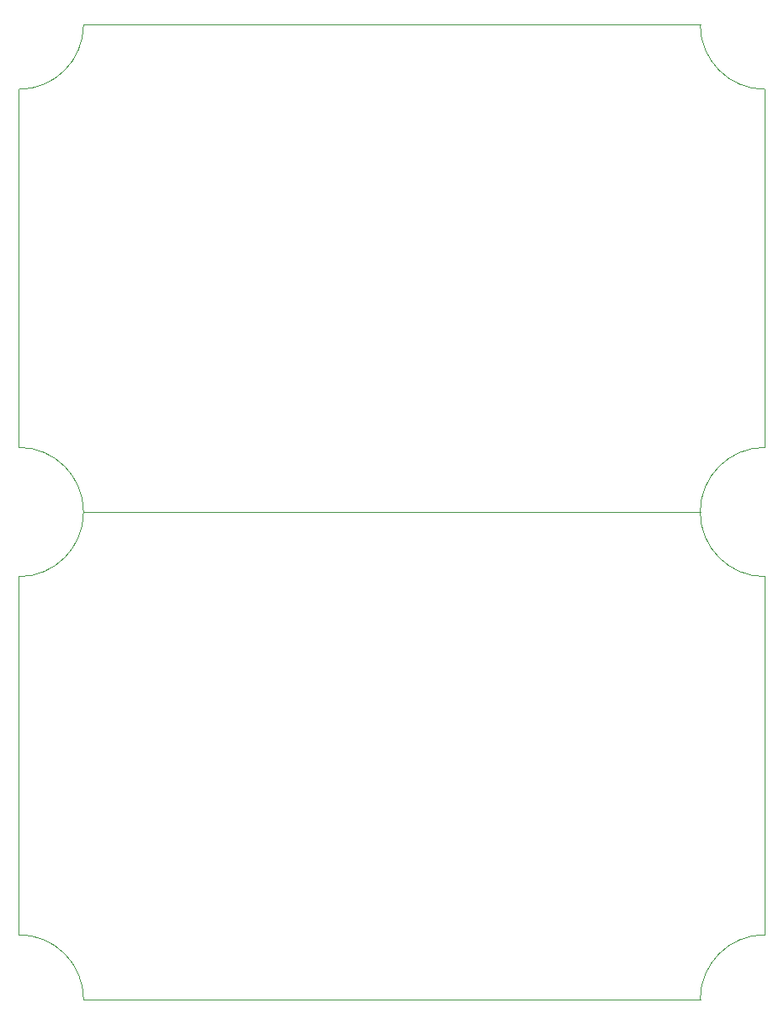
<source format=gbr>
G04 #@! TF.GenerationSoftware,KiCad,Pcbnew,5.1.5-52549c5~86~ubuntu18.04.1*
G04 #@! TF.CreationDate,2020-11-21T17:49:09-05:00*
G04 #@! TF.ProjectId,,58585858-5858-4585-9858-585858585858,rev?*
G04 #@! TF.SameCoordinates,Original*
G04 #@! TF.FileFunction,Profile,NP*
%FSLAX46Y46*%
G04 Gerber Fmt 4.6, Leading zero omitted, Abs format (unit mm)*
G04 Created by KiCad (PCBNEW 5.1.5-52549c5~86~ubuntu18.04.1) date 2020-11-21 17:49:09*
%MOMM*%
%LPD*%
G04 APERTURE LIST*
%ADD10C,0.050000*%
G04 APERTURE END LIST*
D10*
X102844800Y-125206000D02*
G75*
G02X109344800Y-131706000I0J-6500000D01*
G01*
X171344800Y-82706000D02*
G75*
G03X177844800Y-89206000I6500000J0D01*
G01*
X102844800Y-89206000D02*
X102844800Y-125206000D01*
X102844800Y-89206000D02*
G75*
G03X109344800Y-82706000I0J6500000D01*
G01*
X109344800Y-131706000D02*
X171344800Y-131706000D01*
X177844800Y-89206000D02*
X177844800Y-125206000D01*
X171344800Y-131706000D02*
G75*
G02X177844800Y-125206000I6500000J0D01*
G01*
X109344800Y-82706000D02*
X171344800Y-82706000D01*
X171344800Y-82706000D02*
G75*
G02X177844800Y-76206000I6500000J0D01*
G01*
X171344800Y-33706000D02*
G75*
G03X177844800Y-40206000I6500000J0D01*
G01*
X102844800Y-76206000D02*
G75*
G02X109344800Y-82706000I0J-6500000D01*
G01*
X102844800Y-40206000D02*
G75*
G03X109344800Y-33706000I0J6500000D01*
G01*
X177844800Y-40206000D02*
X177844800Y-76206000D01*
X102844800Y-40206000D02*
X102844800Y-76206000D01*
X109344800Y-82706000D02*
X171344800Y-82706000D01*
X109344800Y-33706000D02*
X171344800Y-33706000D01*
M02*

</source>
